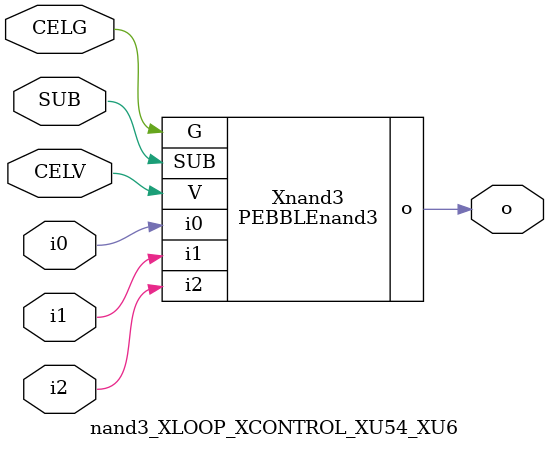
<source format=v>



module PEBBLEnand3 ( o, G, SUB, V, i0, i1, i2 );

  input i0;
  input V;
  input i2;
  input i1;
  input G;
  output o;
  input SUB;
endmodule

//Celera Confidential Do Not Copy nand3_XLOOP_XCONTROL_XU54_XU6
//Celera Confidential Symbol Generator
//5V Inverter
module nand3_XLOOP_XCONTROL_XU54_XU6 (CELV,CELG,i0,i1,i2,o,SUB);
input CELV;
input CELG;
input i0;
input i1;
input i2;
input SUB;
output o;

//Celera Confidential Do Not Copy nand3
PEBBLEnand3 Xnand3(
.V (CELV),
.i0 (i0),
.i1 (i1),
.i2 (i2),
.o (o),
.SUB (SUB),
.G (CELG)
);
//,diesize,PEBBLEnand3

//Celera Confidential Do Not Copy Module End
//Celera Schematic Generator
endmodule

</source>
